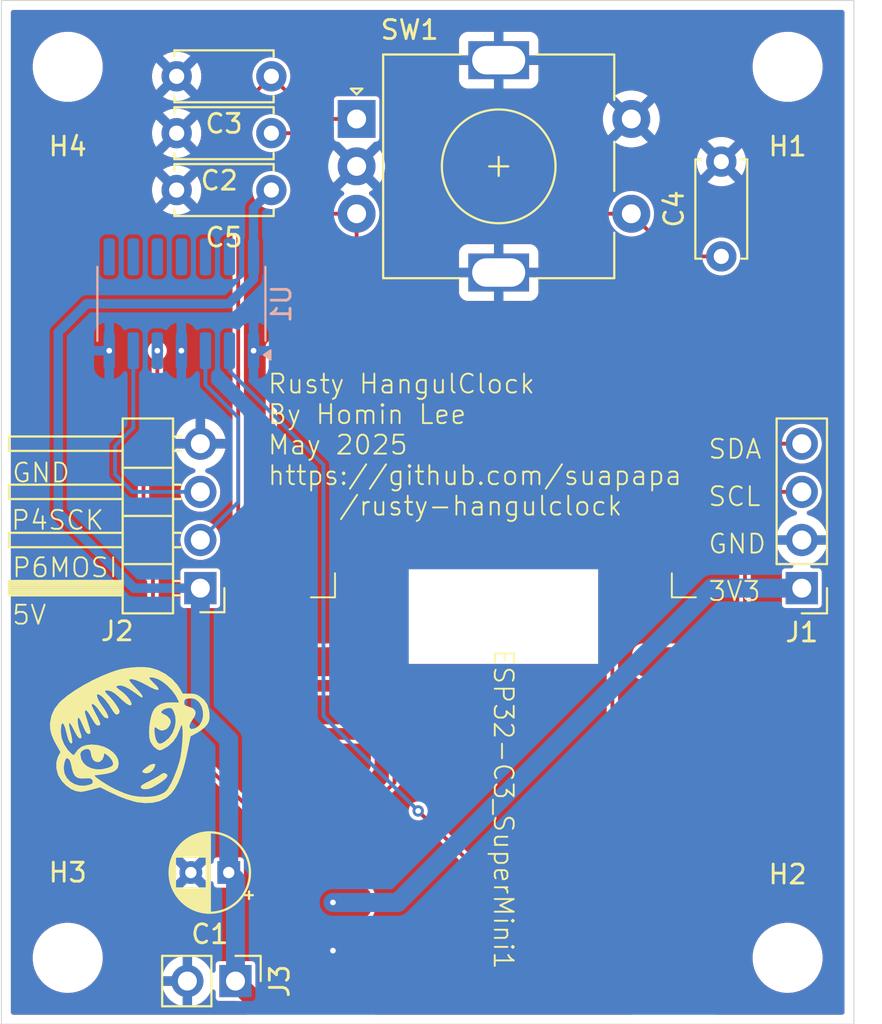
<source format=kicad_pcb>
(kicad_pcb (version 20241229) (generator "pcbnew") (generator_version "9.0")
  (title_block (title "Rusty HangulClock") (date "2025-02-01"))
  (layers (0 "F.Cu" signal) (2 "B.Cu" signal) (13 "F.Paste" user) (15 "B.Paste" user) (5 "F.SilkS" user "F.Silkscreen") (7 "B.SilkS" user "B.Silkscreen") (1 "F.Mask" user) (3 "B.Mask" user) (25 "Edge.Cuts" user))
  (net 0 "")
  (net 1 "GND")
  (net 4 "+3V3")
  (net 5 "+5V")
  (net 6 "Net-(ESP32-C3_SuperMini1-P1)")
  (net 7 "Net-(ESP32-C3_SuperMini1-P8)")
  (net 8 "Net-(ESP32-C3_SuperMini1-P9)")
  (net 9 "Net-(ESP32-C3_SuperMini1-P2)")
  (net 10 "Net-(ESP32-C3_SuperMini1-P6)")
  (net 12 "Net-(ESP32-C3_SuperMini1-P4)")
  (net 13 "Net-(ESP32-C3_SuperMini1-P3)")
  (net 17 "Net-(J2-Pin_3)")
  (net 18 "Net-(J2-Pin_2)")
  (footprint "Connector_PinHeader_2.54mm:PinHeader_1x04_P2.54mm_Vertical" (layer "F.Cu") (at 163.25 116 180)
    (property "Reference" "J1" (at 0 -2.33 0) (layer "F.SilkS"))
    (property "Value" "Conn_OLED")
    (fp_line (start 1.33 1.27) (end 1.33 8.95) (stroke (width 0.12)) (layer "F.SilkS"))
    (fp_line (start -1.33 8.95) (end 1.33 8.95) (stroke (width 0.12)) (layer "F.SilkS"))
    (fp_line (start -1.33 1.27) (end 1.33 1.27) (stroke (width 0.12)) (layer "F.SilkS"))
    (fp_line (start -1.33 1.27) (end -1.33 8.95) (stroke (width 0.12)) (layer "F.SilkS"))
    (fp_line (start -1.33 0) (end -1.33 -1.33) (stroke (width 0.12)) (layer "F.SilkS"))
    (fp_line (start -1.33 -1.33) (end 0 -1.33) (stroke (width 0.12)) (layer "F.SilkS"))
    (pad "1" thru_hole rect (at 0 0 180) (size 1.7 1.7) (drill 1) (layers "*.Cu" "*.Mask") (net 4 "+3V3"))
    (pad "2" thru_hole oval (at 0 2.54 180) (size 1.7 1.7) (drill 1) (layers "*.Cu" "*.Mask") (net 1 "GND"))
    (pad "3" thru_hole oval (at 0 5.08 180) (size 1.7 1.7) (drill 1) (layers "*.Cu" "*.Mask") (net 8 "Net-(ESP32-C3_SuperMini1-P9)"))
    (pad "4" thru_hole oval (at 0 7.62 180) (size 1.7 1.7) (drill 1) (layers "*.Cu" "*.Mask") (net 7 "Net-(ESP32-C3_SuperMini1-P8)"))
  )
  (footprint "MountingHole:MountingHole_3.2mm_M3" (layer "F.Cu") (at 162.5 88.5 180)
    (property "Reference" "H1" (at 0 -4.2 0) (layer "F.SilkS"))
    (property "Value" "MountingHole" (hide yes))
    (pad "" np_thru_hole circle (at 0 0 180) (size 3.2 3.2) (drill 3.2) (layers "*.Cu" "*.Mask"))
  )
  (footprint "Connector_PinHeader_2.54mm:PinHeader_1x02_P2.54mm_Vertical" (layer "F.Cu") (at 133.355 136.725686 -90)
    (property "Reference" "J3" (at 0 -2.33 90) (layer "F.SilkS"))
    (property "Value" "PWR")
    (fp_line (start -1.33 3.87) (end 1.33 3.87) (stroke (width 0.12)) (layer "F.SilkS"))
    (fp_line (start -1.33 1.27) (end -1.33 3.87) (stroke (width 0.12)) (layer "F.SilkS"))
    (fp_line (start -1.33 1.27) (end 1.33 1.27) (stroke (width 0.12)) (layer "F.SilkS"))
    (fp_line (start 1.33 1.27) (end 1.33 3.87) (stroke (width 0.12)) (layer "F.SilkS"))
    (fp_line (start -1.33 0) (end -1.33 -1.33) (stroke (width 0.12)) (layer "F.SilkS"))
    (fp_line (start -1.33 -1.33) (end 0 -1.33) (stroke (width 0.12)) (layer "F.SilkS"))
    (pad "1" thru_hole rect (at 0 0 270) (size 1.7 1.7) (drill 1) (layers "*.Cu" "*.Mask") (net 5 "+5V"))
    (pad "2" thru_hole oval (at 0 2.54 270) (size 1.7 1.7) (drill 1) (layers "*.Cu" "*.Mask") (net 1 "GND"))
  )
  (footprint "MountingHole:MountingHole_3.2mm_M3" (layer "F.Cu") (at 124.5 135.5 180)
    (property "Reference" "H3" (at 0 4.5 0) (layer "F.SilkS"))
    (property "Value" "MountingHole" (hide yes))
    (pad "" np_thru_hole circle (at 0 0 180) (size 3.2 3.2) (drill 3.2) (layers "*.Cu" "*.Mask"))
  )
  (footprint "Homin_Library:ESP32-C3_SuperMini_SMD" (layer "F.Cu") (at 147.5 127.66 180)
    (property "Reference" "ESP32-C3_SuperMini1" (at 0 0 270) (layer "F.SilkS") (effects (font (thickness 0.1))))
    (property "Value" "~")
    (fp_line (start 10.16 11.176) (end 8.89 11.176) (stroke (width 0.1)) (layer "F.SilkS"))
    (fp_line (start 8.89 11.176) (end 8.89 12.446) (stroke (width 0.1)) (layer "F.SilkS"))
    (fp_line (start -8.89 11.176) (end -8.89 12.446) (stroke (width 0.1)) (layer "F.SilkS"))
    (fp_line (start -10.16 11.176) (end -8.89 11.176) (stroke (width 0.1)) (layer "F.SilkS"))
    (pad "0" smd roundrect (at 9 7.78 180) (size 4 1.524) (layers "F.Cu" "F.Mask" "F.Paste"))
    (pad "1" smd roundrect (at 9 5.24 180) (size 4 1.524) (layers "F.Cu" "F.Mask" "F.Paste") (net 6 "Net-(ESP32-C3_SuperMini1-P1)"))
    (pad "2" smd roundrect (at 9 2.7 180) (size 4 1.524) (layers "F.Cu" "F.Mask" "F.Paste") (net 9 "Net-(ESP32-C3_SuperMini1-P2)"))
    (pad "3" smd roundrect (at 9 0.16 180) (size 4 1.524) (layers "F.Cu" "F.Mask" "F.Paste") (net 13 "Net-(ESP32-C3_SuperMini1-P3)"))
    (pad "3V3" smd roundrect (at 9 -4.92 180) (size 4 1.524) (layers "F.Cu" "F.Mask" "F.Paste") (net 4 "+3V3"))
    (pad "4" smd roundrect (at 9 -2.38 180) (size 4 1.524) (layers "F.Cu" "F.Mask" "F.Paste") (net 12 "Net-(ESP32-C3_SuperMini1-P4)"))
    (pad "5" smd roundrect (at -9 -10 180) (size 4 1.524) (layers "F.Cu" "F.Mask" "F.Paste"))
    (pad "5V" smd roundrect (at 9 -9.98 180) (size 4 1.524) (layers "F.Cu" "F.Mask" "F.Paste") (net 5 "+5V"))
    (pad "6" smd roundrect (at -9 -7.46 180) (size 4 1.524) (layers "F.Cu" "F.Mask" "F.Paste") (net 10 "Net-(ESP32-C3_SuperMini1-P6)"))
    (pad "7" smd roundrect (at -9 -4.92 180) (size 4 1.524) (layers "F.Cu" "F.Mask" "F.Paste"))
    (pad "8" smd roundrect (at -9 -2.38 180) (size 4 1.524) (layers "F.Cu" "F.Mask" "F.Paste") (net 7 "Net-(ESP32-C3_SuperMini1-P8)"))
    (pad "9" smd roundrect (at -9 0.16 180) (size 4 1.524) (layers "F.Cu" "F.Mask" "F.Paste") (net 8 "Net-(ESP32-C3_SuperMini1-P9)"))
    (pad "10" smd roundrect (at -9 2.7 180) (size 4 1.524) (layers "F.Cu" "F.Mask" "F.Paste"))
    (pad "20" smd roundrect (at -9 5.24 180) (size 4 1.524) (layers "F.Cu" "F.Mask" "F.Paste"))
    (pad "21" smd roundrect (at -9 7.78 180) (size 4 1.524) (layers "F.Cu" "F.Mask" "F.Paste"))
    (pad "G" smd roundrect (at 9 -7.46 180) (size 4 1.524) (layers "F.Cu" "F.Mask" "F.Paste") (net 1 "GND"))
  )
  (footprint "Capacitor_THT:C_Disc_D5.0mm_W2.5mm_P5.00mm" (layer "F.Cu") (at 135.25 95 180)
    (property "Reference" "C5" (at 2.5 -2.5 0) (layer "F.SilkS"))
    (property "Value" "100n")
    (fp_line (start 5.12 1.033) (end 5.12 1.37) (stroke (width 0.12)) (layer "F.SilkS"))
    (fp_line (start 5.12 -1.37) (end 5.12 -1.033) (stroke (width 0.12)) (layer "F.SilkS"))
    (fp_line (start -0.12 1.37) (end 5.12 1.37) (stroke (width 0.12)) (layer "F.SilkS"))
    (fp_line (start -0.12 1.033) (end -0.12 1.37) (stroke (width 0.12)) (layer "F.SilkS"))
    (fp_line (start -0.12 -1.37) (end 5.12 -1.37) (stroke (width 0.12)) (layer "F.SilkS"))
    (fp_line (start -0.12 -1.37) (end -0.12 -1.033) (stroke (width 0.12)) (layer "F.SilkS"))
    (pad "1" thru_hole circle (at 0 0 180) (size 1.6 1.6) (drill 0.8) (layers "*.Cu" "*.Mask") (net 5 "+5V"))
    (pad "2" thru_hole circle (at 5 0 180) (size 1.6 1.6) (drill 0.8) (layers "*.Cu" "*.Mask") (net 1 "GND"))
  )
  (footprint "Capacitor_THT:C_Disc_D5.0mm_W2.5mm_P5.00mm" (layer "F.Cu") (at 159 98.5 90)
    (property "Reference" "C4" (at 2.5 -2.5 90) (layer "F.SilkS"))
    (property "Value" "100n")
    (fp_line (start 5.12 -1.37) (end 5.12 -1.055) (stroke (width 0.12)) (layer "F.SilkS"))
    (fp_line (start -0.12 -1.37) (end 5.12 -1.37) (stroke (width 0.12)) (layer "F.SilkS"))
    (fp_line (start -0.12 -1.37) (end -0.12 -1.055) (stroke (width 0.12)) (layer "F.SilkS"))
    (fp_line (start 5.12 1.055) (end 5.12 1.37) (stroke (width 0.12)) (layer "F.SilkS"))
    (fp_line (start -0.12 1.055) (end -0.12 1.37) (stroke (width 0.12)) (layer "F.SilkS"))
    (fp_line (start -0.12 1.37) (end 5.12 1.37) (stroke (width 0.12)) (layer "F.SilkS"))
    (pad "1" thru_hole circle (at 0 0 90) (size 1.6 1.6) (drill 0.8) (layers "*.Cu" "*.Mask") (net 13 "Net-(ESP32-C3_SuperMini1-P3)"))
    (pad "2" thru_hole circle (at 5 0 90) (size 1.6 1.6) (drill 0.8) (layers "*.Cu" "*.Mask") (net 1 "GND"))
  )
  (footprint "Rotary_Encoder:RotaryEncoder_Alps_EC11E-Switch_Vertical_H20mm" (layer "F.Cu") (at 139.75 91.25)
    (property "Reference" "SW1" (at 2.8 -4.7 0) (layer "F.SilkS"))
    (property "Value" "RotaryEncoder_Switch_MP")
    (fp_line (start -0.3 -1.6) (end 0.3 -1.6) (stroke (width 0.12)) (layer "F.SilkS"))
    (fp_line (start 0 -1.3) (end -0.3 -1.6) (stroke (width 0.12)) (layer "F.SilkS"))
    (fp_line (start 0.3 -1.6) (end 0 -1.3) (stroke (width 0.12)) (layer "F.SilkS"))
    (fp_line (start 1.4 -3.4) (end 1.4 8.4) (stroke (width 0.12)) (layer "F.SilkS"))
    (fp_line (start 5.5 -3.4) (end 1.4 -3.4) (stroke (width 0.12)) (layer "F.SilkS"))
    (fp_line (start 5.5 8.4) (end 1.4 8.4) (stroke (width 0.12)) (layer "F.SilkS"))
    (fp_line (start 7 2.5) (end 8 2.5) (stroke (width 0.12)) (layer "F.SilkS"))
    (fp_line (start 7.5 2) (end 7.5 3) (stroke (width 0.12)) (layer "F.SilkS"))
    (fp_line (start 9.5 -3.4) (end 13.6 -3.4) (stroke (width 0.12)) (layer "F.SilkS"))
    (fp_line (start 13.6 -3.4) (end 13.6 -1) (stroke (width 0.12)) (layer "F.SilkS"))
    (fp_line (start 13.6 1.2) (end 13.6 3.8) (stroke (width 0.12)) (layer "F.SilkS"))
    (fp_line (start 13.6 6) (end 13.6 8.4) (stroke (width 0.12)) (layer "F.SilkS"))
    (fp_line (start 13.6 8.4) (end 9.5 8.4) (stroke (width 0.12)) (layer "F.SilkS"))
    (fp_circle (center 7.5 2.5) (end 10.5 2.5) (stroke (width 0.12)) (fill no) (layer "F.SilkS"))
    (pad "A" thru_hole rect (at 0 0) (size 2 2) (drill 1) (layers "*.Cu" "*.Mask") (net 9 "Net-(ESP32-C3_SuperMini1-P2)"))
    (pad "B" thru_hole circle (at 0 5) (size 2 2) (drill 1) (layers "*.Cu" "*.Mask") (net 6 "Net-(ESP32-C3_SuperMini1-P1)"))
    (pad "C" thru_hole circle (at 0 2.5) (size 2 2) (drill 1) (layers "*.Cu" "*.Mask") (net 1 "GND"))
    (pad "MP" thru_hole rect (at 7.5 -3.1) (size 3.2 2) (drill oval 2.8 1.5) (layers "*.Cu" "*.Mask") (net 1 "GND"))
    (pad "MP" thru_hole rect (at 7.5 8.1) (size 3.2 2) (drill oval 2.8 1.5) (layers "*.Cu" "*.Mask") (net 1 "GND"))
    (pad "S1" thru_hole circle (at 14.5 5) (size 2 2) (drill 1) (layers "*.Cu" "*.Mask") (net 13 "Net-(ESP32-C3_SuperMini1-P3)"))
    (pad "S2" thru_hole circle (at 14.5 0) (size 2 2) (drill 1) (layers "*.Cu" "*.Mask") (net 1 "GND"))
  )
  (footprint "Capacitor_THT:C_Disc_D5.0mm_W2.5mm_P5.00mm" (layer "F.Cu") (at 135.25 92 180)
    (property "Reference" "C2" (at 2.75 -2.5 0) (layer "F.SilkS"))
    (property "Value" "100n")
    (fp_line (start 5.12 1.055) (end 5.12 1.37) (stroke (width 0.12)) (layer "F.SilkS"))
    (fp_line (start 5.12 -1.37) (end 5.12 -1.055) (stroke (width 0.12)) (layer "F.SilkS"))
    (fp_line (start -0.12 1.37) (end 5.12 1.37) (stroke (width 0.12)) (layer "F.SilkS"))
    (fp_line (start -0.12 1.055) (end -0.12 1.37) (stroke (width 0.12)) (layer "F.SilkS"))
    (fp_line (start -0.12 -1.37) (end 5.12 -1.37) (stroke (width 0.12)) (layer "F.SilkS"))
    (fp_line (start -0.12 -1.37) (end -0.12 -1.055) (stroke (width 0.12)) (layer "F.SilkS"))
    (pad "1" thru_hole circle (at 0 0 180) (size 1.6 1.6) (drill 0.8) (layers "*.Cu" "*.Mask") (net 6 "Net-(ESP32-C3_SuperMini1-P1)"))
    (pad "2" thru_hole circle (at 5 0 180) (size 1.6 1.6) (drill 0.8) (layers "*.Cu" "*.Mask") (net 1 "GND"))
  )
  (footprint "Connector_PinHeader_2.54mm:PinHeader_1x04_P2.54mm_Horizontal" (layer "F.Cu") (at 131.5 116 180)
    (property "Reference" "J2" (at 4.385 -2.27 0) (layer "F.SilkS"))
    (property "Value" "Conn_SLEDS")
    (fp_line (start 10.1 8) (end 4.1 8) (stroke (width 0.12)) (layer "F.SilkS"))
    (fp_line (start 10.1 7.24) (end 10.1 8) (stroke (width 0.12)) (layer "F.SilkS"))
    (fp_line (start 10.1 5.46) (end 4.1 5.46) (stroke (width 0.12)) (layer "F.SilkS"))
    (fp_line (start 10.1 4.7) (end 10.1 5.46) (stroke (width 0.12)) (layer "F.SilkS"))
    (fp_line (start 10.1 2.92) (end 4.1 2.92) (stroke (width 0.12)) (layer "F.SilkS"))
    (fp_line (start 10.1 2.16) (end 10.1 2.92) (stroke (width 0.12)) (layer "F.SilkS"))
    (fp_line (start 10.1 0.38) (end 4.1 0.38) (stroke (width 0.12)) (layer "F.SilkS"))
    (fp_line (start 10.1 -0.38) (end 10.1 0.38) (stroke (width 0.12)) (layer "F.SilkS"))
    (fp_line (start 4.1 8.95) (end 4.1 -1.33) (stroke (width 0.12)) (layer "F.SilkS"))
    (fp_line (start 4.1 7.24) (end 10.1 7.24) (stroke (width 0.12)) (layer "F.SilkS"))
    (fp_line (start 4.1 4.7) (end 10.1 4.7) (stroke (width 0.12)) (layer "F.SilkS"))
    (fp_line (start 4.1 2.16) (end 10.1 2.16) (stroke (width 0.12)) (layer "F.SilkS"))
    (fp_line (start 4.1 0.28) (end 10.1 0.28) (stroke (width 0.12)) (layer "F.SilkS"))
    (fp_line (start 4.1 0.16) (end 10.1 0.16) (stroke (width 0.12)) (layer "F.SilkS"))
    (fp_line (start 4.1 0.04) (end 10.1 0.04) (stroke (width 0.12)) (layer "F.SilkS"))
    (fp_line (start 4.1 -0.08) (end 10.1 -0.08) (stroke (width 0.12)) (layer "F.SilkS"))
    (fp_line (start 4.1 -0.2) (end 10.1 -0.2) (stroke (width 0.12)) (layer "F.SilkS"))
    (fp_line (start 4.1 -0.32) (end 10.1 -0.32) (stroke (width 0.12)) (layer "F.SilkS"))
    (fp_line (start 4.1 -0.38) (end 10.1 -0.38) (stroke (width 0.12)) (layer "F.SilkS"))
    (fp_line (start 4.1 -1.33) (end 1.44 -1.33) (stroke (width 0.12)) (layer "F.SilkS"))
    (fp_line (start 1.44 8.95) (end 4.1 8.95) (stroke (width 0.12)) (layer "F.SilkS"))
    (fp_line (start 1.44 6.35) (end 4.1 6.35) (stroke (width 0.12)) (layer "F.SilkS"))
    (fp_line (start 1.44 3.81) (end 4.1 3.81) (stroke (width 0.12)) (layer "F.SilkS"))
    (fp_line (start 1.44 1.27) (end 4.1 1.27) (stroke (width 0.12)) (layer "F.SilkS"))
    (fp_line (start 1.44 -1.33) (end 1.44 8.95) (stroke (width 0.12)) (layer "F.SilkS"))
    (fp_line (start 1.11 0.38) (end 1.44 0.38) (stroke (width 0.12)) (layer "F.SilkS"))
    (fp_line (start 1.11 -0.38) (end 1.44 -0.38) (stroke (width 0.12)) (layer "F.SilkS"))
    (fp_line (start 1.042929 8) (end 1.44 8) (stroke (width 0.12)) (layer "F.SilkS"))
    (fp_line (start 1.042929 7.24) (end 1.44 7.24) (stroke (width 0.12)) (layer "F.SilkS"))
    (fp_line (start 1.042929 5.46) (end 1.44 5.46) (stroke (width 0.12)) (layer "F.SilkS"))
    (fp_line (start 1.042929 4.7) (end 1.44 4.7) (stroke (width 0.12)) (layer "F.SilkS"))
    (fp_line (start 1.042929 2.92) (end 1.44 2.92) (stroke (width 0.12)) (layer "F.SilkS"))
    (fp_line (start 1.042929 2.16) (end 1.44 2.16) (stroke (width 0.12)) (layer "F.SilkS"))
    (fp_line (start -1.27 0) (end -1.27 -1.27) (stroke (width 0.12)) (layer "F.SilkS"))
    (fp_line (start -1.27 -1.27) (end 0 -1.27) (stroke (width 0.12)) (layer "F.SilkS"))
    (pad "1" thru_hole rect (at 0 0 180) (size 1.7 1.7) (drill 1) (layers "*.Cu" "*.Mask") (net 5 "+5V"))
    (pad "2" thru_hole oval (at 0 2.54 180) (size 1.7 1.7) (drill 1) (layers "*.Cu" "*.Mask") (net 18 "Net-(J2-Pin_2)"))
    (pad "3" thru_hole oval (at 0 5.08 180) (size 1.7 1.7) (drill 1) (layers "*.Cu" "*.Mask") (net 17 "Net-(J2-Pin_3)"))
    (pad "4" thru_hole oval (at 0 7.62 180) (size 1.7 1.7) (drill 1) (layers "*.Cu" "*.Mask") (net 1 "GND"))
  )
  (footprint "MountingHole:MountingHole_3.2mm_M3" (layer "F.Cu") (at 124.5 88.5 180)
    (property "Reference" "H4" (at 0 -4.2 0) (layer "F.SilkS"))
    (property "Value" "MountingHole" (hide yes))
    (pad "" np_thru_hole circle (at 0 0 180) (size 3.2 3.2) (drill 3.2) (layers "*.Cu" "*.Mask"))
  )
  (footprint "Capacitor_THT:CP_Radial_D4.0mm_P2.00mm" (layer "F.Cu") (at 133 131 180)
    (property "Reference" "C1" (at 1 -3.25 0) (layer "F.SilkS"))
    (property "Value" "C_Polarized")
    (fp_line (start 3.081 -0.37) (end 3.081 0.37) (stroke (width 0.12)) (layer "F.SilkS"))
    (fp_line (start 3.041 -0.537) (end 3.041 0.537) (stroke (width 0.12)) (layer "F.SilkS"))
    (fp_line (start 3.001 -0.664) (end 3.001 0.664) (stroke (width 0.12)) (layer "F.SilkS"))
    (fp_line (start 2.961 -0.768) (end 2.961 0.768) (stroke (width 0.12)) (layer "F.SilkS"))
    (fp_line (start 2.921 -0.859) (end 2.921 0.859) (stroke (width 0.12)) (layer "F.SilkS"))
    (fp_line (start 2.881 -0.94) (end 2.881 0.94) (stroke (width 0.12)) (layer "F.SilkS"))
    (fp_line (start 2.841 -1.013) (end 2.841 1.013) (stroke (width 0.12)) (layer "F.SilkS"))
    (fp_line (start 2.801 0.84) (end 2.801 1.08) (stroke (width 0.12)) (layer "F.SilkS"))
    (fp_line (start 2.801 -1.08) (end 2.801 -0.84) (stroke (width 0.12)) (layer "F.SilkS"))
    (fp_line (start 2.761 0.84) (end 2.761 1.142) (stroke (width 0.12)) (layer "F.SilkS"))
    (fp_line (start 2.761 -1.142) (end 2.761 -0.84) (stroke (width 0.12)) (layer "F.SilkS"))
    (fp_line (start 2.721 0.84) (end 2.721 1.2) (stroke (width 0.12)) (layer "F.SilkS"))
    (fp_line (start 2.721 -1.2) (end 2.721 -0.84) (stroke (width 0.12)) (layer "F.SilkS"))
    (fp_line (start 2.681 0.84) (end 2.681 1.254) (stroke (width 0.12)) (layer "F.SilkS"))
    (fp_line (start 2.681 -1.254) (end 2.681 -0.84) (stroke (width 0.12)) (layer "F.SilkS"))
    (fp_line (start 2.641 0.84) (end 2.641 1.304) (stroke (width 0.12)) (layer "F.SilkS"))
    (fp_line (start 2.641 -1.304) (end 2.641 -0.84) (stroke (width 0.12)) (layer "F.SilkS"))
    (fp_line (start 2.601 0.84) (end 2.601 1.351) (stroke (width 0.12)) (layer "F.SilkS"))
    (fp_line (start 2.601 -1.351) (end 2.601 -0.84) (stroke (width 0.12)) (layer "F.SilkS"))
    (fp_line (start 2.561 0.84) (end 2.561 1.396) (stroke (width 0.12)) (layer "F.SilkS"))
    (fp_line (start 2.561 -1.396) (end 2.561 -0.84) (stroke (width 0.12)) (layer "F.SilkS"))
    (fp_line (start 2.521 0.84) (end 2.521 1.438) (stroke (width 0.12)) (layer "F.SilkS"))
    (fp_line (start 2.521 -1.438) (end 2.521 -0.84) (stroke (width 0.12)) (layer "F.SilkS"))
    (fp_line (start 2.481 0.84) (end 2.481 1.478) (stroke (width 0.12)) (layer "F.SilkS"))
    (fp_line (start 2.481 -1.478) (end 2.481 -0.84) (stroke (width 0.12)) (layer "F.SilkS"))
    (fp_line (start 2.441 0.84) (end 2.441 1.516) (stroke (width 0.12)) (layer "F.SilkS"))
    (fp_line (start 2.441 -1.516) (end 2.441 -0.84) (stroke (width 0.12)) (layer "F.SilkS"))
    (fp_line (start 2.401 0.84) (end 2.401 1.552) (stroke (width 0.12)) (layer "F.SilkS"))
    (fp_line (start 2.401 -1.552) (end 2.401 -0.84) (stroke (width 0.12)) (layer "F.SilkS"))
    (fp_line (start 2.361 0.84) (end 2.361 1.587) (stroke (width 0.12)) (layer "F.SilkS"))
    (fp_line (start 2.361 -1.587) (end 2.361 -0.84) (stroke (width 0.12)) (layer "F.SilkS"))
    (fp_line (start 2.321 0.84) (end 2.321 1.619) (stroke (width 0.12)) (layer "F.SilkS"))
    (fp_line (start 2.321 -1.619) (end 2.321 -0.84) (stroke (width 0.12)) (layer "F.SilkS"))
    (fp_line (start 2.281 0.84) (end 2.281 1.65) (stroke (width 0.12)) (layer "F.SilkS"))
    (fp_line (start 2.281 -1.65) (end 2.281 -0.84) (stroke (width 0.12)) (layer "F.SilkS"))
    (fp_line (start 2.241 0.84) (end 2.241 1.68) (stroke (width 0.12)) (layer "F.SilkS"))
    (fp_line (start 2.241 -1.68) (end 2.241 -0.84) (stroke (width 0.12)) (layer "F.SilkS"))
    (fp_line (start 2.201 0.84) (end 2.201 1.708) (stroke (width 0.12)) (layer "F.SilkS"))
    (fp_line (start 2.201 -1.708) (end 2.201 -0.84) (stroke (width 0.12)) (layer "F.SilkS"))
    (fp_line (start 2.161 0.84) (end 2.161 1.735) (stroke (width 0.12)) (layer "F.SilkS"))
    (fp_line (start 2.161 -1.735) (end 2.161 -0.84) (stroke (width 0.12)) (layer "F.SilkS"))
    (fp_line (start 2.121 0.84) (end 2.121 1.76) (stroke (width 0.12)) (layer "F.SilkS"))
    (fp_line (start 2.121 -1.76) (end 2.121 -0.84) (stroke (width 0.12)) (layer "F.SilkS"))
    (fp_line (start 2.081 0.84) (end 2.081 1.785) (stroke (width 0.12)) (layer "F.SilkS"))
    (fp_line (start 2.081 -1.785) (end 2.081 -0.84) (stroke (width 0.12)) (layer "F.SilkS"))
    (fp_line (start 2.041 0.84) (end 2.041 1.808) (stroke (width 0.12)) (layer "F.SilkS"))
    (fp_line (start 2.041 -1.808) (end 2.041 -0.84) (stroke (width 0.12)) (layer "F.SilkS"))
    (fp_line (start 2.001 0.84) (end 2.001 1.83) (stroke (width 0.12)) (layer "F.SilkS"))
    (fp_line (start 2.001 -1.83) (end 2.001 -0.84) (stroke (width 0.12)) (layer "F.SilkS"))
    (fp_line (start 1.961 0.84) (end 1.961 1.851) (stroke (width 0.12)) (layer "F.SilkS"))
    (fp_line (start 1.961 -1.851) (end 1.961 -0.84) (stroke (width 0.12)) (layer "F.SilkS"))
    (fp_line (start 1.921 0.84) (end 1.921 1.87) (stroke (width 0.12)) (layer "F.SilkS"))
    (fp_line (start 1.921 -1.87) (end 1.921 -0.84) (stroke (width 0.12)) (layer "F.SilkS"))
    (fp_line (start 1.881 0.84) (end 1.881 1.889) (stroke (width 0.12)) (layer "F.SilkS"))
    (fp_line (start 1.881 -1.889) (end 1.881 -0.84) (stroke (width 0.12)) (layer "F.SilkS"))
    (fp_line (start 1.841 0.84) (end 1.841 1.907) (stroke (width 0.12)) (layer "F.SilkS"))
    (fp_line (start 1.841 -1.907) (end 1.841 -0.84) (stroke (width 0.12)) (layer "F.SilkS"))
    (fp_line (start 1.801 0.84) (end 1.801 1.924) (stroke (width 0.12)) (layer "F.SilkS"))
    (fp_line (start 1.801 -1.924) (end 1.801 -0.84) (stroke (width 0.12)) (layer "F.SilkS"))
    (fp_line (start 1.761 0.84) (end 1.761 1.94) (stroke (width 0.12)) (layer "F.SilkS"))
    (fp_line (start 1.761 -1.94) (end 1.761 -0.84) (stroke (width 0.12)) (layer "F.SilkS"))
    (fp_line (start 1.721 0.84) (end 1.721 1.954) (stroke (width 0.12)) (layer "F.SilkS"))
    (fp_line (start 1.721 -1.954) (end 1.721 -0.84) (stroke (width 0.12)) (layer "F.SilkS"))
    (fp_line (start 1.68 0.84) (end 1.68 1.968) (stroke (width 0.12)) (layer "F.SilkS"))
    (fp_line (start 1.68 -1.968) (end 1.68 -0.84) (stroke (width 0.12)) (layer "F.SilkS"))
    (fp_line (start 1.64 0.84) (end 1.64 1.982) (stroke (width 0.12)) (layer "F.SilkS"))
    (fp_line (start 1.64 -1.982) (end 1.64 -0.84) (stroke (width 0.12)) (layer "F.SilkS"))
    (fp_line (start 1.6 0.84) (end 1.6 1.994) (stroke (width 0.12)) (layer "F.SilkS"))
    (fp_line (start 1.6 -1.994) (end 1.6 -0.84) (stroke (width 0.12)) (layer "F.SilkS"))
    (fp_line (start 1.56 0.84) (end 1.56 2.005) (stroke (width 0.12)) (layer "F.SilkS"))
    (fp_line (start 1.56 -2.005) (end 1.56 -0.84) (stroke (width 0.12)) (layer "F.SilkS"))
    (fp_line (start 1.52 0.84) (end 1.52 2.016) (stroke (width 0.12)) (layer "F.SilkS"))
    (fp_line (start 1.52 -2.016) (end 1.52 -0.84) (stroke (width 0.12)) (layer "F.SilkS"))
    (fp_line (start 1.48 0.84) (end 1.48 2.025) (stroke (width 0.12)) (layer "F.SilkS"))
    (fp_line (start 1.48 -2.025) (end 1.48 -0.84) (stroke (width 0.12)) (layer "F.SilkS"))
    (fp_line (start 1.44 0.84) (end 1.44 2.034) (stroke (width 0.12)) (layer "F.SilkS"))
    (fp_line (start 1.44 -2.034) (end 1.44 -0.84) (stroke (width 0.12)) (layer "F.SilkS"))
    (fp_line (start 1.4 0.84) (end 1.4 2.042) (stroke (width 0.12)) (layer "F.SilkS"))
    (fp_line (start 1.4 -2.042) (end 1.4 -0.84) (stroke (width 0.12)) (layer "F.SilkS"))
    (fp_line (start 1.36 0.84) (end 1.36 2.05) (stroke (width 0.12)) (layer "F.SilkS"))
    (fp_line (start 1.36 -2.05) (end 1.36 -0.84) (stroke (width 0.12)) (layer "F.SilkS"))
    (fp_line (start 1.32 0.84) (end 1.32 2.056) (stroke (width 0.12)) (layer "F.SilkS"))
    (fp_line (start 1.32 -2.056) (end 1.32 -0.84) (stroke (width 0.12)) (layer "F.SilkS"))
    (fp_line (start 1.28 0.84) (end 1.28 2.062) (stroke (width 0.12)) (layer "F.SilkS"))
    (fp_line (start 1.28 -2.062) (end 1.28 -0.84) (stroke (width 0.12)) (layer "F.SilkS"))
    (fp_line (start 1.24 0.84) (end 1.24 2.067) (stroke (width 0.12)) (layer "F.SilkS"))
    (fp_line (start 1.24 -2.067) (end 1.24 -0.84) (stroke (width 0.12)) (layer "F.SilkS"))
    (fp_line (start 1.2 0.84) (end 1.2 2.071) (stroke (width 0.12)) (layer "F.SilkS"))
    (fp_line (start 1.2 -2.071) (end 1.2 -0.84) (stroke (width 0.12)) (layer "F.SilkS"))
    (fp_line (start 1.16 -2.074) (end 1.16 2.074) (stroke (width 0.12)) (layer "F.SilkS"))
    (fp_line (start 1.12 -2.077) (end 1.12 2.077) (stroke (width 0.12)) (layer "F.SilkS"))
    (fp_line (start 1.08 -2.079) (end 1.08 2.079) (stroke (width 0.12)) (layer "F.SilkS"))
    (fp_line (start 1.04 -2.08) (end 1.04 2.08) (stroke (width 0.12)) (layer "F.SilkS"))
    (fp_line (start 1 -2.08) (end 1 2.08) (stroke (width 0.12)) (layer "F.SilkS"))
    (fp_line (start -1.069801 -1.395) (end -1.069801 -0.995) (stroke (width 0.12)) (layer "F.SilkS"))
    (fp_line (start -1.269801 -1.195) (end -0.869801 -1.195) (stroke (width 0.12)) (layer "F.SilkS"))
    (fp_circle (center 1 0) (end 3.12 0) (stroke (width 0.12)) (fill no) (layer "F.SilkS"))
    (pad "1" thru_hole rect (at 0 0 180) (size 1.2 1.2) (drill 0.6) (layers "*.Cu" "*.Mask") (net 5 "+5V"))
    (pad "2" thru_hole circle (at 2 0 180) (size 1.2 1.2) (drill 0.6) (layers "*.Cu" "*.Mask") (net 1 "GND"))
  )
  (footprint "LOGO" (layer "F.Cu") (at 127.75 123.75)
    (property "Reference" "G***" (hide yes))
    (property "Value" "LOGO" (hide yes))
    (fp_poly (pts (xy 1.340726 1.524851) (xy 1.37482 1.550602) (xy 1.360361 1.620832) (xy 1.317424 1.727094) (xy 1.217732 1.875326) (xy 1.076146 1.976536) (xy 0.917912 2.020469) (xy 0.768275 1.996874) (xy 0.720746 1.969418) (xy 0.684435 1.932701) (xy 0.690224 1.890528) (xy 0.74836 1.826531) (xy 0.869091 1.724343) (xy 0.879484 1.715879) (xy 1.069969 1.582379) (xy 1.219712 1.523814) (xy 1.250852 1.521234)) (fill yes) (layer "F.SilkS"))
    (fp_poly (pts (xy 1.917215 2.021814) (xy 2.007882 2.087528) (xy 2.0151 2.170024) (xy 1.938399 2.278086) (xy 1.901543 2.314381) (xy 1.772627 2.418466) (xy 1.593634 2.542316) (xy 1.397233 2.665029) (xy 1.21609 2.765707) (xy 1.138756 2.802417) (xy 0.9971 2.843367) (xy 0.844809 2.857567) (xy 0.711859 2.845664) (xy 0.628223 2.808308) (xy 0.616791 2.791137) (xy 0.605548 2.734031) (xy 0.627555 2.68072) (xy 0.694725 2.6214) (xy 0.818976 2.546266) (xy 1.012223 2.445515) (xy 1.075309 2.413879) (xy 1.273711 2.310979) (xy 1.457907 2.208657) (xy 1.600845 2.122244) (xy 1.652151 2.086994) (xy 1.762611 2.0149) (xy 1.844284 1.998782)) (fill yes) (layer "F.SilkS"))
    (fp_poly (pts (xy 0.803326 -3.587275) (xy 1.099957 -3.555034) (xy 1.11441 -3.5523) (xy 1.520891 -3.429576) (xy 1.90633 -3.229899) (xy 2.252629 -2.966243) (xy 2.541691 -2.651585) (xy 2.693518 -2.420145) (xy 2.822329 -2.189655) (xy 3.154767 -2.189655) (xy 3.345708 -2.184254) (xy 3.483124 -2.161662) (xy 3.605373 -2.112293) (xy 3.713074 -2.050143) (xy 3.954975 -1.85518) (xy 4.120266 -1.613673) (xy 4.21254 -1.319241) (xy 4.233817 -1.125776) (xy 4.238342 -0.933019) (xy 4.22446 -0.796826) (xy 4.18623 -0.682412) (xy 4.144165 -0.600847) (xy 4.009805 -0.431329) (xy 3.798587 -0.255114) (xy 3.524178 -0.082971) (xy 3.411252 -0.023414) (xy 3.306277 0.030147) (xy 3.244912 0.062797) (xy 3.239662 0.066049) (xy 3.227438 0.111767) (xy 3.202082 0.229526) (xy 3.167465 0.40075) (xy 3.13282 0.578789) (xy 3.005955 1.18574) (xy 2.873036 1.707154) (xy 2.73112 2.149634) (xy 2.577263 2.519787) (xy 2.408522 2.824217) (xy 2.221953 3.06953) (xy 2.014612 3.262332) (xy 1.901706 3.341438) (xy 1.593076 3.486696) (xy 1.232648 3.570337) (xy 0.838809 3.590534) (xy 0.429944 3.545457) (xy 0.253539 3.505404) (xy -0.169637 3.377197) (xy -0.594894 3.212734) (xy -1.053695 2.999716) (xy -1.102744 2.975213) (xy -1.537066 2.757004) (xy -1.98244 2.876687) (xy -2.188724 2.928455) (xy -2.376051 2.968952) (xy -2.517176 2.992585) (xy -2.565586 2.99637) (xy -2.829188 2.953693) (xy -3.095163 2.8349) (xy -3.345756 2.653846) (xy -3.563209 2.424386) (xy -3.729768 2.160376) (xy -3.777103 2.051021) (xy -3.847395 1.764267) (xy -3.45735 1.764267) (xy -3.415248 2.026352) (xy -3.298172 2.255276) (xy -3.119972 2.442595) (xy -2.894493 2.579865) (xy -2.635586 2.658644) (xy -2.357096 2.670486) (xy -2.07441 2.607513) (xy -1.962238 2.550687) (xy -1.926996 2.484236) (xy -1.928972 2.461202) (xy -1.962241 2.357155) (xy -2.027587 2.299633) (xy -2.144597 2.27999) (xy -2.320327 2.288439) (xy -2.556995 2.294016) (xy -2.734508 2.255278) (xy -2.864719 2.161577) (xy -2.95948 2.002264) (xy -3.030643 1.766692) (xy -3.059767 1.624126) (xy -3.10503 1.431946) (xy -3.159621 1.312427) (xy -3.217248 1.254901) (xy -3.285671 1.217715) (xy -3.329454 1.23424) (xy -3.373903 1.318961) (xy -3.388206 1.352786) (xy -3.429269 1.499466) (xy -3.454044 1.681347) (xy -3.45735 1.764267) (xy -3.847395 1.764267) (xy -3.853211 1.740541) (xy -3.851492 1.434296) (xy -3.772859 1.15334) (xy -3.734874 1.077955) (xy -3.633751 0.898911) (xy -3.846608 0.530127) (xy -4.014432 0.212064) (xy -4.122686 -0.065314) (xy -4.140426 -0.148683) (xy -3.609082 -0.148683) (xy -3.564938 0.162466) (xy -3.444387 0.474118) (xy -3.259301 0.76018) (xy -3.132472 0.898911) (xy -3.023246 1.000193) (xy -2.958563 1.043676) (xy -2.918448 1.037425) (xy -2.89172 1.002631) (xy -2.581231 1.002631) (xy -2.539239 1.251459) (xy -2.42292 1.461868) (xy -2.244216 1.627962) (xy -2.015069 1.743845) (xy -1.747422 1.803622) (xy -1.453216 1.801396) (xy -1.144393 1.731272) (xy -1.121508 1.723301) (xy -0.955113 1.652454) (xy -0.869984 1.578668) (xy -0.856272 1.484909) (xy -0.904132 1.35414) (xy -0.905964 1.350388) (xy -1.004109 1.206993) (xy -1.133294 1.082745) (xy -1.152291 1.069322) (xy -1.313474 0.961928) (xy -1.344515 1.113702) (xy -1.414043 1.286653) (xy -1.524786 1.391461) (xy -1.657255 1.429377) (xy -1.791966 1.401654) (xy -1.909432 1.309542) (xy -1.990166 1.154292) (xy -2.00836 1.071068) (xy -2.036408 0.929103) (xy -2.070881 0.822005) (xy -2.08587 0.79519) (xy -2.180752 0.740654) (xy -2.306257 0.744834) (xy -2.43381 0.795764) (xy -2.534839 0.881478) (xy -2.580769 0.990012) (xy -2.581231 1.002631) (xy -2.89172 1.002631) (xy -2.887885 0.997638) (xy -2.714764 0.766151) (xy -2.520641 0.612518) (xy -2.286475 0.526447) (xy -1.993227 0.497648) (xy -1.962486 0.497515) (xy -1.64451 0.527194) (xy -1.349743 0.609005) (xy -1.087652 0.734148) (xy -0.867707 0.893829) (xy -0.699377 1.079248) (xy -0.592131 1.281609) (xy -0.555436 1.492115) (xy -0.598763 1.701969) (xy -0.619146 1.745579) (xy -0.725207 1.867078) (xy -0.907302 1.963104) (xy -1.170684 2.035867) (xy -1.3978 2.073041) (xy -1.574391 2.095522) (xy -1.716861 2.112249) (xy -1.799374 2.120225) (xy -1.806802 2.120508) (xy -1.82843 2.14144) (xy -1.7811 2.198956) (xy -1.6766 2.285134) (xy -1.526715 2.392055) (xy -1.343232 2.511798) (xy -1.137938 2.636441) (xy -0.922618 2.758065) (xy -0.709059 2.868749) (xy -0.653259 2.895716) (xy -0.233597 3.074029) (xy 0.150811 3.189436) (xy 0.52593 3.247969) (xy 0.898911 3.256337) (xy 1.16647 3.240607) (xy 1.374718 3.210375) (xy 1.556107 3.160084) (xy 1.635827 3.130147) (xy 1.809911 3.049481) (xy 1.931146 2.958525) (xy 2.036797 2.827506) (xy 2.062214 2.789486) (xy 2.208645 2.532143) (xy 2.357502 2.210712) (xy 2.497652 1.852296) (xy 2.617963 1.484) (xy 2.658864 1.336842) (xy 2.70614 1.115936) (xy 2.747005 0.848618) (xy 2.77982 0.556871) (xy 2.802944 0.262675) (xy 2.814737 -0.011989) (xy 2.813558 -0.245139) (xy 2.797767 -0.414793) (xy 2.791709 -0.443269) (xy 2.771902 -0.508354) (xy 2.751706 -0.517135) (xy 2.722273 -0.459564) (xy 2.674757 -0.325599) (xy 2.666454 -0.301051) (xy 2.510556 0.062707) (xy 2.308492 0.354389) (xy 2.049375 0.5871) (xy 1.807692 0.732533) (xy 1.681784 0.790804) (xy 1.597449 0.80577) (xy 1.517077 0.781355) (xy 1.48642 0.766056) (xy 1.283257 0.610088) (xy 1.131015 0.386246) (xy 1.103029 0.322686) (xy 1.057478 0.132198) (xy 1.041814 -0.114804) (xy 1.047967 -0.269128) (xy 1.330515 -0.269128) (xy 1.338663 -0.125121) (xy 1.360231 0.032363) (xy 1.392801 0.177865) (xy 1.429975 0.278424) (xy 1.509888 0.402505) (xy 1.59711 0.452584) (xy 1.710828 0.431462) (xy 1.869266 0.342566) (xy 2.097472 0.144668) (xy 2.273185 -0.107484) (xy 2.390382 -0.394057) (xy 2.44304 -0.695218) (xy 2.425135 -0.991133) (xy 2.346886 -1.230092) (xy 2.277385 -1.354454) (xy 2.210846 -1.413379) (xy 2.121377 -1.428995) (xy 2.114107 -1.429038) (xy 1.965542 -1.405483) (xy 1.821557 -1.345992) (xy 1.717122 -1.267329) (xy 1.690665 -1.226052) (xy 1.705438 -1.164281) (xy 1.805971 -1.111355) (xy 1.816594 -1.107764) (xy 1.9912 -1.013289) (xy 2.129221 -0.870666) (xy 2.182328 -0.769565) (xy 2.184304 -0.644982) (xy 2.128598 -0.500946) (xy 2.032683 -0.371406) (xy 1.942037 -0.302699) (xy 1.772887 -0.239511) (xy 1.63226 -0.250255) (xy 1.508655 -0.322686) (xy 1.420027 -0.38641) (xy 1.365493 -0.414789) (xy 1.364144 -0.414882) (xy 1.338203 -0.374201) (xy 1.330515 -0.269128) (xy 1.047967 -0.269128) (xy 1.052962 -0.394421) (xy 1.087845 -0.682758) (xy 1.143391 -0.955917) (xy 1.216523 -1.19) (xy 1.304167 -1.36111) (xy 1.322797 -1.385234) (xy 1.49455 -1.549652) (xy 1.693382 -1.656139) (xy 1.93917 -1.712242) (xy 2.219756 -1.725879) (xy 2.618641 -1.723151) (xy 2.618095 -1.724587) (xy 2.904174 -1.724587) (xy 2.909926 -1.635466) (xy 2.94153 -1.580097) (xy 3.020506 -1.539104) (xy 3.157866 -1.496158) (xy 3.360384 -1.410964) (xy 3.47583 -1.297366) (xy 3.504678 -1.153607) (xy 3.447405 -0.977929) (xy 3.342105 -0.81611) (xy 3.231948 -0.643143) (xy 3.17964 -0.495954) (xy 3.186238 -0.387052) (xy 3.252797 -0.328943) (xy 3.300419 -0.322686) (xy 3.424941 -0.346195) (xy 3.557363 -0.402786) (xy 3.558345 -0.403358) (xy 3.722294 -0.548832) (xy 3.832427 -0.749094) (xy 3.887866 -0.983449) (xy 3.887734 -1.231202) (xy 3.831156 -1.471658) (xy 3.717254 -1.684124) (xy 3.617224 -1.792928) (xy 3.468093 -1.896885) (xy 3.319641 -1.934466) (xy 3.282879 -1.935487) (xy 3.092464 -1.926166) (xy 2.976803 -1.893833) (xy 2.919504 -1.829358) (xy 2.904174 -1.724587) (xy 2.618095 -1.724587) (xy 2.576382 -1.8343) (xy 2.441436 -2.095752) (xy 2.242202 -2.363134) (xy 2.001497 -2.612157) (xy 1.742139 -2.818534) (xy 1.544283 -2.933003) (xy 1.383782 -2.996187) (xy 1.235336 -3.033615) (xy 1.121122 -3.041973) (xy 1.063314 -3.017945) (xy 1.060254 -3.005362) (xy 1.091489 -2.958057) (xy 1.174142 -2.866606) (xy 1.291632 -2.749125) (xy 1.316502 -2.725377) (xy 1.467238 -2.568261) (xy 1.541601 -2.457934) (xy 1.543199 -2.395321) (xy 1.475635 -2.381344) (xy 1.342515 -2.416928) (xy 1.147445 -2.502994) (xy 0.92196 -2.624342) (xy 0.673869 -2.756411) (xy 0.447774 -2.857577) (xy 0.255636 -2.924255) (xy 0.109416 -2.952857) (xy 0.021076 -2.939796) (xy 0 -2.900798) (xy 0.030228 -2.849744) (xy 0.112393 -2.748075) (xy 0.23371 -2.610841) (xy 0.371706 -2.463192) (xy 0.553287 -2.26482) (xy 0.664835 -2.121261) (xy 0.708121 -2.029503) (xy 0.684916 -1.986528) (xy 0.654176 -1.982297) (xy 0.605949 -2.008318) (xy 0.501905 -2.078294) (xy 0.359488 -2.180206) (xy 0.258984 -2.254596) (xy -0.016857 -2.440591) (xy -0.259478 -2.562117) (xy -0.46107 -2.615959) (xy -0.594445 -2.60607) (xy -0.670139 -2.569467) (xy -0.68886 -2.543808) (xy -0.652958 -2.503149) (xy -0.560883 -2.42561) (xy -0.431895 -2.327321) (xy -0.420153 -2.31875) (xy -0.25517 -2.182952) (xy -0.110071 -2.034821) (xy 0.006809 -1.887524) (xy 0.087137 -1.75423) (xy 0.122576 -1.648108) (xy 0.104793 -1.582327) (xy 0.055421 -1.567332) (xy -0.033609 -1.589184) (xy -0.151808 -1.659387) (xy -0.308762 -1.784916) (xy -0.514055 -1.972745) (xy -0.553176 -2.010148) (xy -0.758814 -2.188885) (xy -0.935964 -2.29766) (xy -1.102486 -2.346207) (xy -1.1785 -2.350998) (xy -1.258713 -2.342372) (xy -1.281094 -2.309511) (xy -1.241948 -2.241941) (xy -1.137578 -2.129188) (xy -1.080218 -2.072484) (xy -0.942135 -1.924177) (xy -0.803012 -1.752139) (xy -0.676663 -1.576312) (xy -0.576904 -1.416644) (xy -0.51755 -1.29308) (xy -0.507078 -1.245038) (xy -0.542367 -1.14318) (xy -0.625894 -1.084309) (xy -0.706754 -1.086702) (xy -0.770034 -1.140617) (xy -0.852582 -1.248176) (xy -0.903451 -1.329512) (xy -1.070521 -1.595083) (xy -1.2419 -1.823493) (xy -1.403497 -1.997306) (xy -1.512134 -2.082805) (xy -1.614798 -2.137082) (xy -1.68146 -2.15519) (xy -1.689389 -2.152112) (xy -1.703797 -2.077243) (xy -1.668072 -1.948959) (xy -1.589781 -1.785754) (xy -1.476491 -1.60612) (xy -1.452208 -1.572438) (xy -1.284579 -1.330546) (xy -1.170702 -1.135349) (xy -1.111723 -0.991475) (xy -1.10879 -0.903556) (xy -1.16305 -0.87622) (xy -1.275651 -0.914098) (xy -1.291052 -0.922125) (xy -1.35754 -0.981905) (xy -1.453029 -1.096857) (xy -1.558293 -1.243575) (xy -1.571622 -1.263656) (xy -1.689095 -1.424702) (xy -1.800588 -1.547052) (xy -1.894404 -1.621392) (xy -1.958842 -1.638407) (xy -1.982214 -1.590528) (xy -1.961443 -1.523926) (xy -1.905329 -1.396768) (xy -1.823171 -1.229161) (xy -1.751724 -1.092128) (xy -1.632549 -0.86233) (xy -1.559252 -0.700228) (xy -1.529682 -0.594817) (xy -1.541692 -0.535094) (xy -1.593133 -0.510054) (xy -1.637495 -0.507078) (xy -1.684566 -0.509767) (xy -1.72634 -0.525515) (xy -1.771951 -0.565841) (xy -1.830531 -0.642267) (xy -1.911212 -0.766311) (xy -2.023128 -0.949495) (xy -2.131975 -1.130816) (xy -2.220923 -1.253498) (xy -2.29216 -1.306168) (xy -2.334713 -1.287269) (xy -2.337608 -1.195246) (xy -2.330464 -1.158946) (xy -2.304613 -1.063794) (xy -2.257769 -0.906507) (xy -2.197631 -0.712566) (xy -2.157479 -0.586436) (xy -2.090823 -0.368938) (xy -2.055029 -0.222437) (xy -2.047457 -0.132036) (xy -2.065465 -0.082838) (xy -2.067773 -0.080394) (xy -2.143421 -0.049905) (xy -2.199368 -0.073264) (xy -2.245737 -0.106567) (xy -2.285938 -0.151408) (xy -2.32985 -0.225001) (xy -2.387354 -0.344561) (xy -2.468328 -0.527302) (xy -2.494645 -0.58775) (xy -2.567464 -0.744467) (xy -2.630918 -0.861796) (xy -2.673692 -0.919318) (xy -2.679856 -0.92196) (xy -2.7125 -0.881329) (xy -2.72108 -0.773634) (xy -2.707847 -0.62017) (xy -2.675055 -0.442232) (xy -2.624957 -0.261117) (xy -2.603517 -0.200294) (xy -2.540029 -0.010998) (xy -2.520072 0.106826) (xy -2.535639 0.156981) (xy -2.606959 0.182147) (xy -2.692268 0.125471) (xy -2.79417 -0.01572) (xy -2.904174 -0.221246) (xy -3.019705 -0.445835) (xy -3.10405 -0.583729) (xy -3.157039 -0.635055) (xy -3.1785 -0.599941) (xy -3.16826 -0.478515) (xy -3.126147 -0.270905) (xy -3.081494 -0.089387) (xy -3.03903 0.09821) (xy -3.013249 0.259059) (xy -3.007907 0.367248) (xy -3.012104 0.389392) (xy -3.041613 0.445908) (xy -3.082792 0.436217) (xy -3.132909 0.393422) (xy -3.1914 0.300456) (xy -3.254407 0.129423) (xy -3.316944 -0.106035) (xy -3.319421 -0.116844) (xy -3.386468 -0.371319) (xy -3.449697 -0.537626) (xy -3.506205 -0.615447) (xy -3.55309 -0.604461) (xy -3.58745 -0.504351) (xy -3.606384 -0.314797) (xy -3.609082 -0.148683) (xy -4.140426 -0.148683) (xy -4.17804 -0.325447) (xy -4.187168 -0.591774) (xy -4.183612 -0.653853) (xy -4.111375 -1.031663) (xy -3.951501 -1.383024) (xy -3.705529 -1.70489) (xy -3.599071 -1.810301) (xy -3.264566 -2.087272) (xy -2.859351 -2.369385) (xy -2.403503 -2.64573) (xy -1.917098 -2.905395) (xy -1.420214 -3.137471) (xy -0.932929 -3.331047) (xy -0.599274 -3.440465) (xy -0.279363 -3.514412) (xy 0.082091 -3.564903) (xy 0.453512 -3.589878)) (fill yes) (layer "F.SilkS"))
  )
  (footprint "MountingHole:MountingHole_3.2mm_M3" (layer "F.Cu") (at 162.5 135.5 180)
    (property "Reference" "H2" (at 0 4.4 0) (layer "F.SilkS"))
    (property "Value" "MountingHole" (hide yes))
    (pad "" np_thru_hole circle (at 0 0 180) (size 3.2 3.2) (drill 3.2) (layers "*.Cu" "*.Mask"))
  )
  (footprint "Capacitor_THT:C_Disc_D5.0mm_W2.5mm_P5.00mm" (layer "F.Cu") (at 135.25 89 180)
    (property "Reference" "C3" (at 2.5 -2.5 0) (layer "F.SilkS"))
    (property "Value" "100n")
    (fp_line (start 5.12 1.055) (end 5.12 1.37) (stroke (width 0.12)) (layer "F.SilkS"))
    (fp_line (start 5.12 -1.37) (end 5.12 -1.055) (stroke (width 0.12)) (layer "F.SilkS"))
    (fp_line (start -0.12 1.37) (end 5.12 1.37) (stroke (width 0.12)) (layer "F.SilkS"))
    (fp_line (start -0.12 1.055) (end -0.12 1.37) (stroke (width 0.12)) (layer "F.SilkS"))
    (fp_line (start -0.12 -1.37) (end 5.12 -1.37) (stroke (width 0.12)) (layer "F.SilkS"))
    (fp_line (start -0.12 -1.37) (end -0.12 -1.055) (stroke (width 0.12)) (layer "F.SilkS"))
    (pad "1" thru_hole circle (at 0 0 180) (size 1.6 1.6) (drill 0.8) (layers "*.Cu" "*.Mask") (net 9 "Net-(ESP32-C3_SuperMini1-P2)"))
    (pad "2" thru_hole circle (at 5 0 180) (size 1.6 1.6) (drill 0.8) (layers "*.Cu" "*.Mask") (net 1 "GND"))
  )
  (footprint "Package_SO:SOIC-14_3.9x8.7mm_P1.27mm" (layer "B.Cu") (at 130.5 101 90)
    (property "Reference" "U1" (at 0 5.28 90) (layer "B.SilkS") (effects (justify mirror)))
    (property "Value" "74AHCT125")
    (fp_line (start 0 -4.435) (end 1.95 -4.435) (stroke (width 0.12)) (layer "B.SilkS"))
    (fp_line (start 0 -4.435) (end -1.95 -4.435) (stroke (width 0.12)) (layer "B.SilkS"))
    (fp_line (start 0 4.435) (end 1.95 4.435) (stroke (width 0.12)) (layer "B.SilkS"))
    (fp_line (start 0 4.435) (end -1.95 4.435) (stroke (width 0.12)) (layer "B.SilkS"))
    (fp_poly (pts (xy -2.7 4.37) (xy -2.94 4.7) (xy -2.46 4.7)) (stroke (width 0.12)) (fill yes) (layer "B.SilkS"))
    (pad "1" smd roundrect (at -2.475 3.81 90) (size 1.95 0.6) (layers "B.Cu" "B.Mask" "B.Paste") (net 1 "GND"))
    (pad "2" smd roundrect (at -2.475 2.54 90) (size 1.95 0.6) (layers "B.Cu" "B.Mask" "B.Paste") (net 10 "Net-(ESP32-C3_SuperMini1-P6)"))
    (pad "3" smd roundrect (at -2.475 1.27 90) (size 1.95 0.6) (layers "B.Cu" "B.Mask" "B.Paste") (net 18 "Net-(J2-Pin_2)"))
    (pad "4" smd roundrect (at -2.475 0 90) (size 1.95 0.6) (layers "B.Cu" "B.Mask" "B.Paste") (net 1 "GND"))
    (pad "5" smd roundrect (at -2.475 -1.27 90) (size 1.95 0.6) (layers "B.Cu" "B.Mask" "B.Paste") (net 12 "Net-(ESP32-C3_SuperMini1-P4)"))
    (pad "6" smd roundrect (at -2.475 -2.54 90) (size 1.95 0.6) (layers "B.Cu" "B.Mask" "B.Paste") (net 17 "Net-(J2-Pin_3)"))
    (pad "7" smd roundrect (at -2.475 -3.81 90) (size 1.95 0.6) (layers "B.Cu" "B.Mask" "B.Paste") (net 1 "GND"))
    (pad "8" smd roundrect (at 2.475 -3.81 90) (size 1.95 0.6) (layers "B.Cu" "B.Mask" "B.Paste"))
    (pad "9" smd roundrect (at 2.475 -2.54 90) (size 1.95 0.6) (layers "B.Cu" "B.Mask" "B.Paste"))
    (pad "10" smd roundrect (at 2.475 -1.27 90) (size 1.95 0.6) (layers "B.Cu" "B.Mask" "B.Paste"))
    (pad "11" smd roundrect (at 2.475 0 90) (size 1.95 0.6) (layers "B.Cu" "B.Mask" "B.Paste"))
    (pad "12" smd roundrect (at 2.475 1.27 90) (size 1.95 0.6) (layers "B.Cu" "B.Mask" "B.Paste"))
    (pad "13" smd roundrect (at 2.475 2.54 90) (size 1.95 0.6) (layers "B.Cu" "B.Mask" "B.Paste"))
    (pad "14" smd roundrect (at 2.475 3.81 90) (size 1.95 0.6) (layers "B.Cu" "B.Mask" "B.Paste") (net 5 "+5V"))
  )
  (gr_rect (start 121 85) (end 166 139) (stroke (width 0.05)) (fill no) (layer "Edge.Cuts"))
  (gr_text "P6MOSI" (at 121.5 115.5 0) (layer "F.SilkS") (effects (font (size 1 1) (thickness 0.1)) (justify left bottom)))
  (gr_text "GND" (at 121.5 110.5 0) (layer "F.SilkS") (effects (font (size 1 1) (thickness 0.1)) (justify left bottom)))
  (gr_text "GND" (at 158.25 114.25 0) (layer "F.SilkS") (effects (font (size 1 1) (thickness 0.1)) (justify left bottom)))
  (gr_text "SCL" (at 158.25 111.75 0) (layer "F.SilkS") (effects (font (size 1 1) (thickness 0.1)) (justify left bottom)))
  (gr_text "P4SCK" (at 121.445 113 0) (layer "F.SilkS") (effects (font (size 1 1) (thickness 0.1)) (justify left bottom)))
  (gr_text "5V" (at 121.5 118 0) (layer "F.SilkS") (effects (font (size 1 1) (thickness 0.1)) (justify left bottom)))
  (gr_text "Rusty HangulClock\nBy Homin Lee\nMay 2025\nhttps://github.com/suapapa\n	/rusty-hangulclock" (at 135 112.25 0) (layer "F.SilkS") (effects (font (size 1 1) (thickness 0.1)) (justify left bottom)))
  (gr_text "SDA" (at 158.25 109.25 0) (layer "F.SilkS") (effects (font (size 1 1) (thickness 0.1)) (justify left bottom)))
  (gr_text "3V3" (at 158.25 116.75 0) (layer "F.SilkS") (effects (font (size 1 1) (thickness 0.1)) (justify left bottom)))
  (via (at 138.5 135.12) (size 0.6) (drill 0.3) (layers "F.Cu" "B.Cu") (net 1))
  (via (at 134.31 103.475) (size 0.6) (drill 0.3) (layers "F.Cu" "B.Cu") (net 1))
  (via (at 130.5 103.475) (size 0.6) (drill 0.3) (layers "F.Cu" "B.Cu") (net 1))
  (via (at 126.69 103.475) (size 0.6) (drill 0.3) (layers "F.Cu" "B.Cu") (net 1))
  (via (at 138.5 132.58) (size 0.6) (drill 0.3) (layers "F.Cu" "B.Cu") (net 4))
  (segment (start 141.92 132.58) (end 158.5 116) (width 1) (layer "B.Cu") (net 4))
  (segment (start 141.92 132.58) (end 138.5 132.58) (width 1) (layer "B.Cu") (net 4))
  (segment (start 158.5 116) (end 163.25 116) (width 1) (layer "B.Cu") (net 4))
  (segment (start 138.5 137.64) (end 134.269314 137.64) (width 1) (layer "F.Cu") (net 5))
  (segment (start 134.269314 137.64) (end 133.355 136.725686) (width 1) (layer "F.Cu") (net 5))
  (segment (start 124 102.5) (end 125.5 101) (width 0.5) (layer "B.Cu") (net 5))
  (segment (start 133.355 131.355) (end 133 131) (width 1) (layer "B.Cu") (net 5))
  (segment (start 134.31 99.69) (end 134.31 98.525) (width 0.5) (layer "B.Cu") (net 5))
  (segment (start 133.355 136.725686) (end 133.355 131.355) (width 1) (layer "B.Cu") (net 5))
  (segment (start 125.5 101) (end 133 101) (width 0.5) (layer "B.Cu") (net 5))
  (segment (start 134.31 95.94) (end 135.25 95) (width 0.5) (layer "B.Cu") (net 5))
  (segment (start 124 112) (end 124 102.5) (width 0.5) (layer "B.Cu") (net 5))
  (segment (start 131.5 116) (end 131.5 122.5) (width 1) (layer "B.Cu") (net 5))
  (segment (start 131.5 122.5) (end 133 124) (width 1) (layer "B.Cu") (net 5))
  (segment (start 131.5 116) (end 128 116) (width 0.5) (layer "B.Cu") (net 5))
  (segment (start 134.31 98.525) (end 134.31 95.94) (width 0.5) (layer "B.Cu") (net 5))
  (segment (start 133 101) (end 134.31 99.69) (width 0.5) (layer "B.Cu") (net 5))
  (segment (start 131.5 116) (end 131.5 115.867214) (width 1) (layer "B.Cu") (net 5))
  (segment (start 133 124) (end 133 131) (width 1) (layer "B.Cu") (net 5))
  (segment (start 128 116) (end 124 112) (width 0.5) (layer "B.Cu") (net 5))
  (segment (start 135.25 121.17) (end 135.25 103.25) (width 0.2) (layer "F.Cu") (net 6))
  (segment (start 139.75 98.75) (end 139.75 96.25) (width 0.2) (layer "F.Cu") (net 6))
  (segment (start 137 95.5) (end 137 92.5) (width 0.2) (layer "F.Cu") (net 6))
  (segment (start 137.75 96.25) (end 137 95.5) (width 0.2) (layer "F.Cu") (net 6))
  (segment (start 136.5 122.42) (end 135.25 121.17) (width 0.2) (layer "F.Cu") (net 6))
  (segment (start 139.75 96.25) (end 137.75 96.25) (width 0.2) (layer "F.Cu") (net 6))
  (segment (start 137 92.5) (end 136.5 92) (width 0.2) (layer "F.Cu") (net 6))
  (segment (start 135.25 103.25) (end 139.75 98.75) (width 0.2) (layer "F.Cu") (net 6))
  (segment (start 138.5 122.42) (end 136.5 122.42) (width 0.2) (layer "F.Cu") (net 6))
  (segment (start 136.5 92) (end 135.25 92) (width 0.2) (layer "F.Cu") (net 6))
  (segment (start 153.25 116.75) (end 161.62 108.38) (width 0.2) (layer "F.Cu") (net 7))
  (segment (start 154.29 130.04) (end 153.25 129) (width 0.2) (layer "F.Cu") (net 7))
  (segment (start 156.5 130.04) (end 154.29 130.04) (width 0.2) (layer "F.Cu") (net 7))
  (segment (start 153.25 129) (end 153.25 116.75) (width 0.2) (layer "F.Cu") (net 7))
  (segment (start 161.62 108.38) (end 163.25 108.38) (width 0.2) (layer "F.Cu") (net 7))
  (segment (start 162.08 110.92) (end 163.25 110.92) (width 0.2) (layer "F.Cu") (net 8))
  (segment (start 160.25 112.75) (end 162.08 110.92) (width 0.2) (layer "F.Cu") (net 8))
  (segment (start 158 127.5) (end 160.25 125.25) (width 0.2) (layer "F.Cu") (net 8))
  (segment (start 160.25 125.25) (end 160.25 112.75) (width 0.2) (layer "F.Cu") (net 8))
  (segment (start 156.5 127.5) (end 158 127.5) (width 0.2) (layer "F.Cu") (net 8))
  (segment (start 139.75 91.25) (end 137.5 91.25) (width 0.2) (layer "F.Cu") (net 9))
  (segment (start 137.5 91.25) (end 135.25 89) (width 0.2) (layer "F.Cu") (net 9))
  (segment (start 133.5 122) (end 133.5 90.75) (width 0.2) (layer "F.Cu") (net 9))
  (segment (start 136.46 124.96) (end 138.5 124.96) (width 0.2) (layer "F.Cu") (net 9))
  (segment (start 138.5 124.96) (end 138.07692 124.96) (width 0.2) (layer "F.Cu") (net 9))
  (segment (start 133.5 122) (end 136.46 124.96) (width 0.2) (layer "F.Cu") (net 9))
  (segment (start 133.5 90.75) (end 135.25 89) (width 0.2) (layer "F.Cu") (net 9))
  (segment (start 150.37 135.12) (end 156.5 135.12) (width 0.2) (layer "F.Cu") (net 10))
  (segment (start 143 127.75) (end 150.37 135.12) (width 0.2) (layer "F.Cu") (net 10))
  (via (at 143 127.75) (size 0.6) (drill 0.3) (layers "F.Cu" "B.Cu") (net 10))
  (segment (start 133.04 103.475) (end 133.04 104.54) (width 0.2) (layer "B.Cu") (net 10))
  (segment (start 138 109.5) (end 138 122.75) (width 0.2) (layer "B.Cu") (net 10))
  (segment (start 133.04 104.54) (end 138 109.5) (width 0.2) (layer "B.Cu") (net 10))
  (segment (start 138 122.75) (end 143 127.75) (width 0.2) (layer "B.Cu") (net 10))
  (segment (start 129 122.54) (end 129 115.5) (width 0.2) (layer "F.Cu") (net 12))
  (segment (start 136.5 130.04) (end 138.5 130.04) (width 0.2) (layer "F.Cu") (net 12))
  (segment (start 129.23 107.77) (end 129.23 103.475) (width 0.2) (layer "F.Cu") (net 12))
  (segment (start 129 122.54) (end 136.5 130.04) (width 0.2) (layer "F.Cu") (net 12))
  (segment (start 128.5 115) (end 128.5 108.5) (width 0.2) (layer "F.Cu") (net 12))
  (segment (start 128.5 108.5) (end 129.23 107.77) (width 0.2) (layer "F.Cu") (net 12))
  (segment (start 129 115.5) (end 128.5 115) (width 0.2) (layer "F.Cu") (net 12))
  (via (at 129.23 103.475) (size 0.6) (drill 0.3) (layers "F.Cu" "B.Cu") (net 12))
  (segment (start 141.75 126.25) (end 141.75 99.75) (width 0.2) (layer "F.Cu") (net 13))
  (segment (start 141.75 99.75) (end 145.25 96.25) (width 0.2) (layer "F.Cu") (net 13))
  (segment (start 154.25 96.25) (end 156.5 98.5) (width 0.2) (layer "F.Cu") (net 13))
  (segment (start 138.5 127.5) (end 140.5 127.5) (width 0.2) (layer "F.Cu") (net 13))
  (segment (start 156.5 98.5) (end 159 98.5) (width 0.2) (layer "F.Cu") (net 13))
  (segment (start 140.5 127.5) (end 141.75 126.25) (width 0.2) (layer "F.Cu") (net 13))
  (segment (start 145.25 96.25) (end 154.25 96.25) (width 0.2) (layer "F.Cu") (net 13))
  (segment (start 127 110) (end 127.92 110.92) (width 0.2) (layer "B.Cu") (net 17))
  (segment (start 127.96 107.54) (end 127 108.5) (width 0.2) (layer "B.Cu") (net 17))
  (segment (start 127.92 110.92) (end 131.5 110.92) (width 0.2) (layer "B.Cu") (net 17))
  (segment (start 127 108.5) (end 127 110) (width 0.2) (layer "B.Cu") (net 17))
  (segment (start 127.96 103.475) (end 127.96 107.54) (width 0.2) (layer "B.Cu") (net 17))
  (segment (start 133.5 107) (end 131.77 105.27) (width 0.2) (layer "B.Cu") (net 18))
  (segment (start 133.46 111.5) (end 133.5 111.5) (width 0.2) (layer "B.Cu") (net 18))
  (segment (start 133.5 111.5) (end 133.5 107) (width 0.2) (layer "B.Cu") (net 18))
  (segment (start 131.77 105.27) (end 131.77 103.475) (width 0.2) (layer "B.Cu") (net 18))
  (segment (start 131.5 113.46) (end 133.46 111.5) (width 0.2) (layer "B.Cu") (net 18))
  (zone (net 0) (net_name "") (layers "F.Cu" "B.Cu") (connect_pads (clearance 0)) (min_thickness 0.25)
    (keepout (tracks not_allowed) (vias not_allowed) (pads not_allowed) (copperpour not_allowed) (footprints not_allowed))
    (fill (thermal_gap 0.5) (thermal_bridge_width 0.5))
    (polygon (pts (xy 142.5 120) (xy 152.5 120) (xy 152.5 115) (xy 142.5 115)))
  )
  (zone (net 1) (net_name "GND") (layers "F.Cu" "B.Cu") (connect_pads (clearance 0)) (min_thickness 0.25) (fill yes (thermal_gap 0.5) (thermal_bridge_width 0.5))
    (polygon (pts (xy 121 85) (xy 166 85) (xy 166 139) (xy 121 139)))
  )
)
</source>
